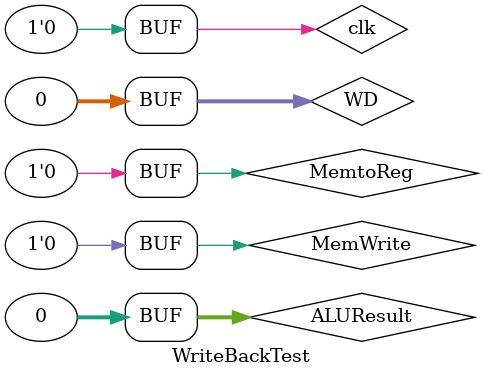
<source format=v>
`timescale 1ns / 1ps


module WriteBackTest;

	// Inputs
	reg clk;
	reg [31:0] ALUResult;
	reg [31:0] WD;
	reg MemWrite;
	reg MemtoReg;

	// Outputs
	wire [31:0] Result;

	// Instantiate the Unit Under Test (UUT)
	WriteBack uut (
		.clk(clk), 
		.ALUResult(ALUResult), 
		.WD(WD), 
		.MemWrite(MemWrite), 
		.MemtoReg(MemtoReg), 
		.Result(Result)
	);

	initial begin
		// Initialize Inputs
		clk = 0;
		ALUResult = 0;
		WD = 0;
		MemWrite = 0;
		MemtoReg = 0;

		// Wait 100 ns for global reset to finish
		#100;
        
		// Add stimulus here

	end
      
endmodule


</source>
